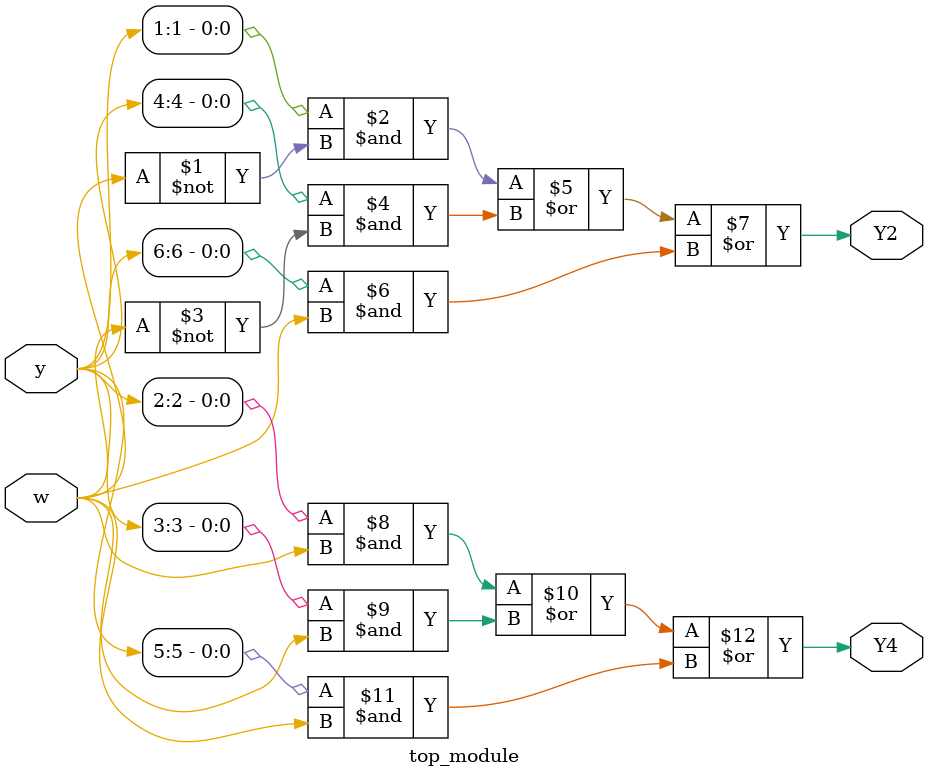
<source format=sv>
module top_module (
    input [6:1] y,
    input w,
    output Y2,
    output Y4
);

    // y encoding:
    // y[6:1] = 000001  -> State A
    // y[6:1] = 000010  -> State B
    // y[6:1] = 000100  -> State C
    // y[6:1] = 001000  -> State D
    // y[6:1] = 010000  -> State E
    // y[6:1] = 100000  -> State F

    // Next-state logic for Y2 and Y4
    assign Y2 = (y[1] & ~w) | (y[4] & ~w) | (y[6] & w);
    assign Y4 = (y[2] & w) | (y[3] & w) | (y[5] & w);

endmodule

</source>
